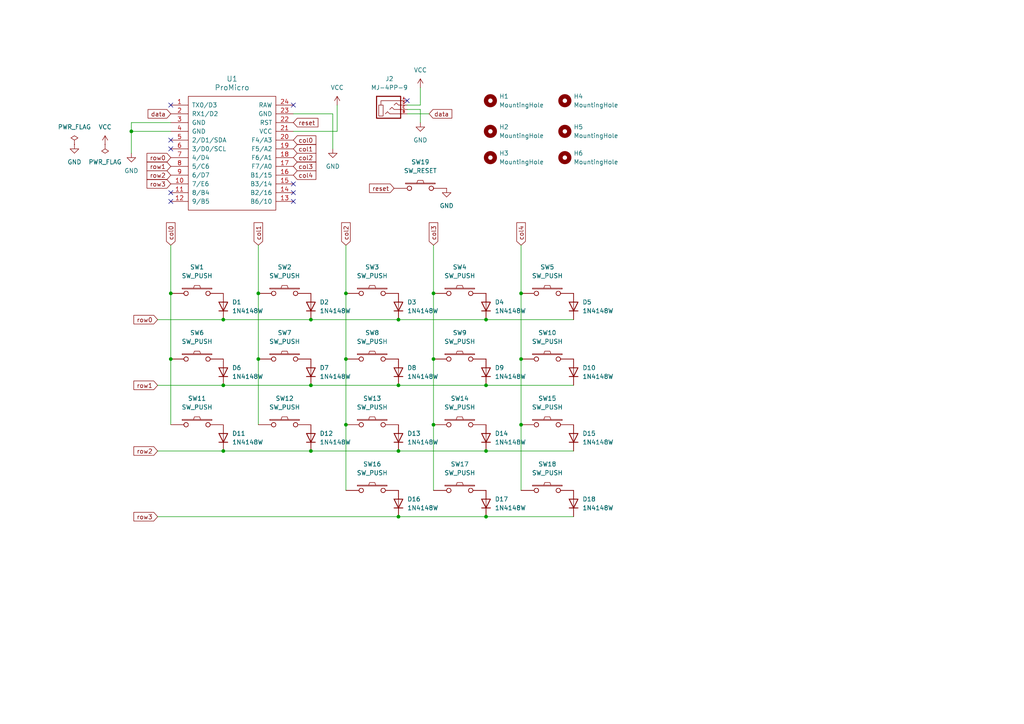
<source format=kicad_sch>
(kicad_sch (version 20231120) (generator "eeschema") (generator_version "8.0")
  (paper "A4")
  (lib_symbols
    (symbol "Miriball36:1N4148W" (pin_numbers hide) (pin_names hide)
      (property "Reference" "D" (at 0 2.54 0))
      (property "Value" "1N4148W" (at 0 -2.54 0))
      (symbol "1N4148W_0_1"
        (polyline (pts (xy -1.27 1.27) (xy -1.27 -1.27)) (stroke (width 0.254)))
        (polyline (pts (xy 1.27 0) (xy -1.27 0)))
        (polyline (pts (xy 1.27 1.27) (xy 1.27 -1.27) (xy -1.27 0) (xy 1.27 1.27)) (stroke (width 0.254)))
      )
      (symbol "1N4148W_1_1"
        (pin passive line (at -3.81 0 0) (length 2.54) (name "K") (number "1"))
        (pin passive line (at 3.81 0 180) (length 2.54) (name "A") (number "2"))
      )
    )
    (symbol "Miriball36:MJ-4PP-9" (pin_names (offset 1.016))
      (property "Reference" "J2" (at -0.0762 8.89 0))
      (property "Value" "MJ-4PP-9" (at -0.0762 6.35 0))
      (symbol "MJ-4PP-9_0_1"
        (rectangle (start -3.81 3.81) (end 3.175 -2.54) (stroke (width 0.3048)))
        (rectangle (start -1.905 -1.905) (end -3.175 1.27))
        (polyline (pts (xy -2.54 1.27) (xy -2.54 2.54) (xy 3.81 2.54)))
        (polyline (pts (xy -1.27 -1.27) (xy -0.635 -0.635) (xy 0 -1.27) (xy 3.175 -1.27)))
        (polyline (pts (xy 0 0) (xy 0.635 0.635) (xy 1.27 0) (xy 3.175 0)))
        (polyline (pts (xy 1.27 1.27) (xy 1.905 1.905) (xy 2.54 1.27) (xy 3.175 1.27)))
      )
      (symbol "MJ-4PP-9_1_1"
        (pin input line (at 5.08 2.54 180) (length 2.0066) (name "~") (number "A"))
        (pin input line (at 5.08 -1.27 180) (length 2.0066) (name "~") (number "B"))
        (pin input line (at 5.08 0 180) (length 2.0066) (name "~") (number "C"))
        (pin input line (at 5.08 1.27 180) (length 2.0066) (name "~") (number "D"))
      )
    )
    (symbol "Miriball36:MountingHole" (pin_names (offset 1.016)) (exclude_from_sim yes) (in_bom no)
      (property "Reference" "H" (at 0 5.08 0))
      (property "Value" "MountingHole" (at 0 3.175 0))
      (symbol "MountingHole_0_1"
        (circle (center 0 0) (radius 1.27) (stroke (width 1.27)))
      )
    )
    (symbol "Miriball36:ProMicro" (pin_names (offset 1.016))
      (property "Reference" "U" (at 0 19.05 0))
      (property "Value" "ProMicro" (at 0 -19.05 0))
      (symbol "ProMicro_0_1"
        (rectangle (start -12.7 16.51) (end 12.7 -16.51))
      )
      (symbol "ProMicro_1_1"
        (pin bidirectional line (at -17.78 13.97 0) (length 5.08) (name "TX0/D3") (number "1"))
        (pin bidirectional line (at -17.78 -8.89 0) (length 5.08) (name "7/E6") (number "10"))
        (pin bidirectional line (at -17.78 -11.43 0) (length 5.08) (name "8/B4") (number "11"))
        (pin bidirectional line (at -17.78 -13.97 0) (length 5.08) (name "9/B5") (number "12"))
        (pin bidirectional line (at 17.78 -13.97 180) (length 5.08) (name "B6/10") (number "13"))
        (pin bidirectional line (at 17.78 -11.43 180) (length 5.08) (name "B2/16") (number "14"))
        (pin bidirectional line (at 17.78 -8.89 180) (length 5.08) (name "B3/14") (number "15"))
        (pin bidirectional line (at 17.78 -6.35 180) (length 5.08) (name "B1/15") (number "16"))
        (pin bidirectional line (at 17.78 -3.81 180) (length 5.08) (name "F7/A0") (number "17"))
        (pin bidirectional line (at 17.78 -1.27 180) (length 5.08) (name "F6/A1") (number "18"))
        (pin bidirectional line (at 17.78 1.27 180) (length 5.08) (name "F5/A2") (number "19"))
        (pin bidirectional line (at -17.78 11.43 0) (length 5.08) (name "RX1/D2") (number "2"))
        (pin bidirectional line (at 17.78 3.81 180) (length 5.08) (name "F4/A3") (number "20"))
        (pin power_in line (at 17.78 6.35 180) (length 5.08) (name "VCC") (number "21"))
        (pin input line (at 17.78 8.89 180) (length 5.08) (name "RST") (number "22"))
        (pin power_in line (at 17.78 11.43 180) (length 5.08) (name "GND") (number "23"))
        (pin power_out line (at 17.78 13.97 180) (length 5.08) (name "RAW") (number "24"))
        (pin power_in line (at -17.78 8.89 0) (length 5.08) (name "GND") (number "3"))
        (pin power_in line (at -17.78 6.35 0) (length 5.08) (name "GND") (number "4"))
        (pin bidirectional line (at -17.78 3.81 0) (length 5.08) (name "2/D1/SDA") (number "5"))
        (pin bidirectional line (at -17.78 1.27 0) (length 5.08) (name "3/D0/SCL") (number "6"))
        (pin bidirectional line (at -17.78 -1.27 0) (length 5.08) (name "4/D4") (number "7"))
        (pin bidirectional line (at -17.78 -3.81 0) (length 5.08) (name "5/C6") (number "8"))
        (pin bidirectional line (at -17.78 -6.35 0) (length 5.08) (name "6/D7") (number "9"))
      )
    )
    (symbol "Miriball36:SW_PUSH" (pin_numbers hide) (pin_names (offset 1.016) hide)
      (property "Reference" "SW" (at 3.81 2.794 0))
      (property "Value" "SW_PUSH" (at 0 -2.032 0))
      (symbol "SW_PUSH_0_1"
        (rectangle (start -4.318 1.27) (end 4.318 1.524))
        (polyline (pts (xy -1.016 1.524) (xy -0.762 2.286) (xy 0.762 2.286) (xy 1.016 1.524)))
        (pin passive inverted (at -7.62 0 0) (length 5.08) (name "1") (number "1"))
        (pin passive inverted (at 7.62 0 180) (length 5.08) (name "2") (number "2"))
      )
    )
    (symbol "Miriball36:SW_RESET" (pin_numbers hide) (pin_names (offset 1.016) hide)
      (property "Reference" "SW" (at 3.81 2.794 0))
      (property "Value" "SW_RESET" (at 0 -2.032 0))
      (symbol "SW_RESET_0_1"
        (rectangle (start -4.318 1.27) (end 4.318 1.524))
        (polyline (pts (xy -1.016 1.524) (xy -0.762 2.286) (xy 0.762 2.286) (xy 1.016 1.524)))
        (pin passive inverted (at -7.62 0 0) (length 5.08) (name "1") (number "1"))
        (pin passive inverted (at 7.62 0 180) (length 5.08) (name "2") (number "2"))
      )
    )
    (symbol "power:GND" (power) (pin_numbers hide) (pin_names (offset 0) hide)
      (property "Value" "GND" (at 0 -3.81 0))
      (symbol "GND_0_1"
        (polyline (pts (xy 0 0) (xy 0 -1.27) (xy 1.27 -1.27) (xy 0 -2.54) (xy -1.27 -1.27) (xy 0 -1.27)))
      )
      (symbol "GND_1_1"
        (pin power_in line (at 0 0 270) (length 0) (name "~") (number "1"))
      )
    )
    (symbol "power:PWR_FLAG" (power) (pin_numbers hide) (pin_names (offset 0) hide)
      (property "Value" "PWR_FLAG" (at 0 3.81 0))
      (symbol "PWR_FLAG_0_0"
        (pin power_out line (at 0 0 90) (length 0) (name "~") (number "1"))
      )
      (symbol "PWR_FLAG_0_1"
        (polyline (pts (xy 0 0) (xy 0 1.27) (xy -1.016 1.905) (xy 0 2.54) (xy 1.016 1.905) (xy 0 1.27)))
      )
    )
    (symbol "power:VCC" (power) (pin_numbers hide) (pin_names (offset 0) hide)
      (property "Value" "VCC" (at 0 3.556 0))
      (symbol "VCC_0_1"
        (polyline (pts (xy -0.762 1.27) (xy 0 2.54)))
        (polyline (pts (xy 0 0) (xy 0 2.54)))
        (polyline (pts (xy 0 2.54) (xy 0.762 1.27)))
      )
      (symbol "VCC_1_1"
        (pin power_in line (at 0 0 90) (length 0) (name "~") (number "1"))
      )
    )
  )
  (junction (at 38.1 38.1))
  (junction (at 74.93 104.14))
  (junction (at 100.33 123.19))
  (junction (at 125.73 104.14))
  (junction (at 49.53 104.14))
  (junction (at 151.13 85.09))
  (junction (at 64.77 92.71))
  (junction (at 140.97 130.81))
  (junction (at 115.57 149.86))
  (junction (at 115.57 130.81))
  (junction (at 125.73 85.09))
  (junction (at 140.97 149.86))
  (junction (at 64.77 130.81))
  (junction (at 151.13 123.19))
  (junction (at 100.33 85.09))
  (junction (at 90.17 111.76))
  (junction (at 115.57 111.76))
  (junction (at 140.97 111.76))
  (junction (at 74.93 85.09))
  (junction (at 140.97 92.71))
  (junction (at 90.17 92.71))
  (junction (at 90.17 130.81))
  (junction (at 115.57 92.71))
  (junction (at 125.73 123.19))
  (junction (at 100.33 104.14))
  (junction (at 64.77 111.76))
  (junction (at 49.53 85.09))
  (junction (at 151.13 104.14))
  (no_connect (at 49.53 43.18))
  (no_connect (at 49.53 55.88))
  (no_connect (at 85.09 55.88))
  (no_connect (at 49.53 40.64))
  (no_connect (at 118.11 29.21))
  (no_connect (at 85.09 58.42))
  (no_connect (at 49.53 58.42))
  (no_connect (at 85.09 53.34))
  (no_connect (at 49.53 30.48))
  (no_connect (at 85.09 30.48))
  (wire (pts (xy 45.72 111.76) (xy 64.77 111.76)))
  (wire (pts (xy 64.77 111.76) (xy 90.17 111.76)))
  (wire (pts (xy 85.09 38.1) (xy 97.79 38.1)))
  (wire (pts (xy 74.93 71.12) (xy 74.93 85.09)))
  (wire (pts (xy 38.1 35.56) (xy 38.1 38.1)))
  (wire (pts (xy 49.53 71.12) (xy 49.53 85.09)))
  (wire (pts (xy 118.11 31.75) (xy 121.92 31.75)))
  (wire (pts (xy 45.72 130.81) (xy 64.77 130.81)))
  (wire (pts (xy 64.77 130.81) (xy 90.17 130.81)))
  (wire (pts (xy 85.09 33.02) (xy 96.52 33.02)))
  (wire (pts (xy 140.97 111.76) (xy 166.37 111.76)))
  (wire (pts (xy 90.17 92.71) (xy 115.57 92.71)))
  (wire (pts (xy 49.53 104.14) (xy 49.53 123.19)))
  (wire (pts (xy 90.17 130.81) (xy 115.57 130.81)))
  (wire (pts (xy 90.17 111.76) (xy 115.57 111.76)))
  (wire (pts (xy 115.57 111.76) (xy 140.97 111.76)))
  (wire (pts (xy 74.93 104.14) (xy 74.93 123.19)))
  (wire (pts (xy 115.57 149.86) (xy 140.97 149.86)))
  (wire (pts (xy 125.73 123.19) (xy 125.73 142.24)))
  (wire (pts (xy 118.11 33.02) (xy 124.46 33.02)))
  (wire (pts (xy 45.72 92.71) (xy 64.77 92.71)))
  (wire (pts (xy 140.97 92.71) (xy 166.37 92.71)))
  (wire (pts (xy 96.52 33.02) (xy 96.52 43.18)))
  (wire (pts (xy 100.33 71.12) (xy 100.33 85.09)))
  (wire (pts (xy 121.92 31.75) (xy 121.92 35.56)))
  (wire (pts (xy 49.53 85.09) (xy 49.53 104.14)))
  (wire (pts (xy 100.33 85.09) (xy 100.33 104.14)))
  (wire (pts (xy 38.1 38.1) (xy 49.53 38.1)))
  (wire (pts (xy 125.73 85.09) (xy 125.73 104.14)))
  (wire (pts (xy 100.33 123.19) (xy 100.33 142.24)))
  (wire (pts (xy 45.72 149.86) (xy 115.57 149.86)))
  (wire (pts (xy 115.57 130.81) (xy 140.97 130.81)))
  (wire (pts (xy 118.11 30.48) (xy 121.92 30.48)))
  (wire (pts (xy 74.93 85.09) (xy 74.93 104.14)))
  (wire (pts (xy 140.97 130.81) (xy 166.37 130.81)))
  (wire (pts (xy 38.1 38.1) (xy 38.1 44.45)))
  (wire (pts (xy 125.73 71.12) (xy 125.73 85.09)))
  (wire (pts (xy 140.97 149.86) (xy 166.37 149.86)))
  (wire (pts (xy 151.13 85.09) (xy 151.13 104.14)))
  (wire (pts (xy 121.92 30.48) (xy 121.92 25.4)))
  (wire (pts (xy 125.73 104.14) (xy 125.73 123.19)))
  (wire (pts (xy 49.53 35.56) (xy 38.1 35.56)))
  (wire (pts (xy 97.79 38.1) (xy 97.79 30.48)))
  (wire (pts (xy 151.13 71.12) (xy 151.13 85.09)))
  (wire (pts (xy 64.77 92.71) (xy 90.17 92.71)))
  (wire (pts (xy 151.13 123.19) (xy 151.13 142.24)))
  (wire (pts (xy 115.57 92.71) (xy 140.97 92.71)))
  (wire (pts (xy 100.33 104.14) (xy 100.33 123.19)))
  (wire (pts (xy 151.13 104.14) (xy 151.13 123.19)))
  (global_label "row3" (shape input) (at 45.72 149.86 180) (property "Intersheetrefs" "${INTERSHEET_REFS}" (effects (hide yes))))
  (global_label "col0" (shape input) (at 85.09 40.64 0) (property "Intersheetrefs" "${INTERSHEET_REFS}" (effects (hide yes))))
  (global_label "col3" (shape input) (at 85.09 48.26 0) (property "Intersheetrefs" "${INTERSHEET_REFS}" (effects (hide yes))))
  (global_label "col0" (shape input) (at 49.53 71.12 90) (property "Intersheetrefs" "${INTERSHEET_REFS}" (effects (hide yes))))
  (global_label "col4" (shape input) (at 151.13 71.12 90) (property "Intersheetrefs" "${INTERSHEET_REFS}" (effects (hide yes))))
  (global_label "data" (shape input) (at 49.53 33.02 180) (property "Intersheetrefs" "${INTERSHEET_REFS}" (effects (hide yes))))
  (global_label "row0" (shape input) (at 45.72 92.71 180) (property "Intersheetrefs" "${INTERSHEET_REFS}" (effects (hide yes))))
  (global_label "row1" (shape input) (at 45.72 111.76 180) (property "Intersheetrefs" "${INTERSHEET_REFS}" (effects (hide yes))))
  (global_label "reset" (shape input) (at 114.3 54.61 180) (property "Intersheetrefs" "${INTERSHEET_REFS}" (effects (hide yes))))
  (global_label "col1" (shape input) (at 74.93 71.12 90) (property "Intersheetrefs" "${INTERSHEET_REFS}" (effects (hide yes))))
  (global_label "row2" (shape input) (at 49.53 50.8 180) (property "Intersheetrefs" "${INTERSHEET_REFS}" (effects (hide yes))))
  (global_label "reset" (shape input) (at 85.09 35.56 0) (property "Intersheetrefs" "${INTERSHEET_REFS}" (effects (hide yes))))
  (global_label "col2" (shape input) (at 100.33 71.12 90) (property "Intersheetrefs" "${INTERSHEET_REFS}" (effects (hide yes))))
  (global_label "col3" (shape input) (at 125.73 71.12 90) (property "Intersheetrefs" "${INTERSHEET_REFS}" (effects (hide yes))))
  (global_label "row3" (shape input) (at 49.53 53.34 180) (property "Intersheetrefs" "${INTERSHEET_REFS}" (effects (hide yes))))
  (global_label "col1" (shape input) (at 85.09 43.18 0) (property "Intersheetrefs" "${INTERSHEET_REFS}" (effects (hide yes))))
  (global_label "data" (shape input) (at 124.46 33.02 0) (property "Intersheetrefs" "${INTERSHEET_REFS}" (effects (hide yes))))
  (global_label "row1" (shape input) (at 49.53 48.26 180) (property "Intersheetrefs" "${INTERSHEET_REFS}" (effects (hide yes))))
  (global_label "col2" (shape input) (at 85.09 45.72 0) (property "Intersheetrefs" "${INTERSHEET_REFS}" (effects (hide yes))))
  (global_label "col4" (shape input) (at 85.09 50.8 0) (property "Intersheetrefs" "${INTERSHEET_REFS}" (effects (hide yes))))
  (global_label "row2" (shape input) (at 45.72 130.81 180) (property "Intersheetrefs" "${INTERSHEET_REFS}" (effects (hide yes))))
  (global_label "row0" (shape input) (at 49.53 45.72 180) (property "Intersheetrefs" "${INTERSHEET_REFS}" (effects (hide yes))))
  (symbol (lib_id "Miriball36:1N4148W") (at 115.57 127 90) (unit 1)
    (property "Reference" "D13" (at 118.11 125.7299 90) (effects (justify right)))
    (property "Value" "1N4148W" (at 118.11 128.2699 90) (effects (justify right)))
    (property "Footprint" "Miriball36:Diode_1N4148W" (effects (hide yes)))
  )
  (symbol (lib_id "Miriball36:SW_RESET") (at 121.92 54.61 0) (unit 1)
    (property "Reference" "SW19" (at 121.92 46.99 0))
    (property "Value" "SW_RESET" (at 121.92 49.53 0))
    (property "Footprint" "Miriball36:RESET" (effects (hide yes)))
  )
  (symbol (lib_id "Miriball36:SW_PUSH") (at 57.15 85.09 0) (unit 1)
    (property "Reference" "SW1" (at 57.15 77.47 0))
    (property "Value" "SW_PUSH" (at 57.15 80.01 0))
    (property "Footprint" "Miriball36:CherryMX_KailhLowProfile_Hotswap_edge" (effects (hide yes)))
  )
  (symbol (lib_id "Miriball36:MountingHole") (at 163.83 29.21 0) (unit 1) (exclude_from_sim yes) (in_bom no)
    (property "Reference" "H4" (at 166.37 27.9399 0) (effects (justify left)))
    (property "Value" "MountingHole" (at 166.37 30.4799 0) (effects (justify left)))
    (property "Footprint" "Miriball36:HOLE_M2_CASEPCB" (effects (hide yes)))
    (property "Description" "Mounting Hole without connection" (effects (hide yes)))
  )
  (symbol (lib_id "Miriball36:SW_PUSH") (at 57.15 123.19 0) (unit 1)
    (property "Reference" "SW11" (at 57.15 115.57 0))
    (property "Value" "SW_PUSH" (at 57.15 118.11 0))
    (property "Footprint" "Miriball36:CherryMX_KailhLowProfile_Hotswap_edge" (effects (hide yes)))
  )
  (symbol (lib_id "Miriball36:1N4148W") (at 64.77 127 90) (unit 1)
    (property "Reference" "D11" (at 67.31 125.7299 90) (effects (justify right)))
    (property "Value" "1N4148W" (at 67.31 128.2699 90) (effects (justify right)))
    (property "Footprint" "Miriball36:Diode_1N4148W" (effects (hide yes)))
  )
  (symbol (lib_id "Miriball36:SW_PUSH") (at 133.35 85.09 0) (unit 1)
    (property "Reference" "SW4" (at 133.35 77.47 0))
    (property "Value" "SW_PUSH" (at 133.35 80.01 0))
    (property "Footprint" "Miriball36:CherryMX_KailhLowProfile_Hotswap_edge" (effects (hide yes)))
  )
  (symbol (lib_id "Miriball36:SW_PUSH") (at 158.75 104.14 0) (unit 1)
    (property "Reference" "SW10" (at 158.75 96.52 0))
    (property "Value" "SW_PUSH" (at 158.75 99.06 0))
    (property "Footprint" "Miriball36:CherryMX_KailhLowProfile_Hotswap_edge" (effects (hide yes)))
  )
  (symbol (lib_id "Miriball36:MountingHole") (at 142.24 29.21 0) (unit 1) (exclude_from_sim yes) (in_bom no)
    (property "Reference" "H1" (at 144.78 27.9399 0) (effects (justify left)))
    (property "Value" "MountingHole" (at 144.78 30.4799 0) (effects (justify left)))
    (property "Footprint" "Miriball36:HOLE_M2_CASEPCB" (effects (hide yes)))
    (property "Description" "Mounting Hole without connection" (effects (hide yes)))
  )
  (symbol (lib_id "power:GND") (at 121.92 35.56 0) (unit 1)
    (property "Reference" "#PWR01" (effects (hide yes)))
    (property "Value" "GND" (at 121.92 40.64 0))
    (property "Description" "Power symbol creates a global label with name \"GND\" , ground" (effects (hide yes)))
  )
  (symbol (lib_id "Miriball36:SW_PUSH") (at 107.95 142.24 0) (unit 1)
    (property "Reference" "SW16" (at 107.95 134.62 0))
    (property "Value" "SW_PUSH" (at 107.95 137.16 0))
    (property "Footprint" "Miriball36:CherryMX_KailhLowProfile_Hotswap_edge" (effects (hide yes)))
  )
  (symbol (lib_id "power:GND") (at 96.52 43.18 0) (unit 1)
    (property "Reference" "#PWR08" (effects (hide yes)))
    (property "Value" "GND" (at 96.52 48.26 0))
    (property "Description" "Power symbol creates a global label with name \"GND\" , ground" (effects (hide yes)))
  )
  (symbol (lib_id "power:GND") (at 38.1 44.45 0) (unit 1)
    (property "Reference" "#PWR07" (effects (hide yes)))
    (property "Value" "GND" (at 38.1 49.53 0))
    (property "Description" "Power symbol creates a global label with name \"GND\" , ground" (effects (hide yes)))
  )
  (symbol (lib_id "Miriball36:1N4148W") (at 140.97 127 90) (unit 1)
    (property "Reference" "D14" (at 143.51 125.7299 90) (effects (justify right)))
    (property "Value" "1N4148W" (at 143.51 128.2699 90) (effects (justify right)))
    (property "Footprint" "Miriball36:Diode_1N4148W" (effects (hide yes)))
  )
  (symbol (lib_id "Miriball36:SW_PUSH") (at 158.75 142.24 0) (unit 1)
    (property "Reference" "SW18" (at 158.75 134.62 0))
    (property "Value" "SW_PUSH" (at 158.75 137.16 0))
    (property "Footprint" "Miriball36:CherryMX_KailhLowProfile_Hotswap_edge_stab" (effects (hide yes)))
  )
  (symbol (lib_id "Miriball36:SW_PUSH") (at 82.55 85.09 0) (unit 1)
    (property "Reference" "SW2" (at 82.55 77.47 0))
    (property "Value" "SW_PUSH" (at 82.55 80.01 0))
    (property "Footprint" "Miriball36:CherryMX_KailhLowProfile_Hotswap_edge" (effects (hide yes)))
  )
  (symbol (lib_id "power:VCC") (at 121.92 25.4 0) (unit 1)
    (property "Reference" "#PWR02" (effects (hide yes)))
    (property "Value" "VCC" (at 121.92 20.32 0))
    (property "Description" "Power symbol creates a global label with name \"VCC\"" (effects (hide yes)))
  )
  (symbol (lib_id "Miriball36:SW_PUSH") (at 158.75 123.19 0) (unit 1)
    (property "Reference" "SW15" (at 158.75 115.57 0))
    (property "Value" "SW_PUSH" (at 158.75 118.11 0))
    (property "Footprint" "Miriball36:CherryMX_KailhLowProfile_Hotswap_edge" (effects (hide yes)))
  )
  (symbol (lib_id "Miriball36:1N4148W") (at 90.17 127 90) (unit 1)
    (property "Reference" "D12" (at 92.71 125.7299 90) (effects (justify right)))
    (property "Value" "1N4148W" (at 92.71 128.2699 90) (effects (justify right)))
    (property "Footprint" "Miriball36:Diode_1N4148W" (effects (hide yes)))
  )
  (symbol (lib_id "Miriball36:1N4148W") (at 166.37 127 90) (unit 1)
    (property "Reference" "D15" (at 168.91 125.7299 90) (effects (justify right)))
    (property "Value" "1N4148W" (at 168.91 128.2699 90) (effects (justify right)))
    (property "Footprint" "Miriball36:Diode_1N4148W" (effects (hide yes)))
  )
  (symbol (lib_id "Miriball36:MountingHole") (at 142.24 38.1 0) (unit 1) (exclude_from_sim yes) (in_bom no)
    (property "Reference" "H2" (at 144.78 36.8299 0) (effects (justify left)))
    (property "Value" "MountingHole" (at 144.78 39.3699 0) (effects (justify left)))
    (property "Footprint" "Miriball36:HOLE_M2_CASEPCB" (effects (hide yes)))
    (property "Description" "Mounting Hole without connection" (effects (hide yes)))
  )
  (symbol (lib_id "Miriball36:SW_PUSH") (at 107.95 104.14 0) (unit 1)
    (property "Reference" "SW8" (at 107.95 96.52 0))
    (property "Value" "SW_PUSH" (at 107.95 99.06 0))
    (property "Footprint" "Miriball36:CherryMX_KailhLowProfile_Hotswap_edge" (effects (hide yes)))
  )
  (symbol (lib_id "Miriball36:1N4148W") (at 115.57 146.05 90) (unit 1)
    (property "Reference" "D16" (at 118.11 144.7799 90) (effects (justify right)))
    (property "Value" "1N4148W" (at 118.11 147.3199 90) (effects (justify right)))
    (property "Footprint" "Miriball36:Diode_1N4148W" (effects (hide yes)))
  )
  (symbol (lib_id "Miriball36:SW_PUSH") (at 107.95 85.09 0) (unit 1)
    (property "Reference" "SW3" (at 107.95 77.47 0))
    (property "Value" "SW_PUSH" (at 107.95 80.01 0))
    (property "Footprint" "Miriball36:CherryMX_KailhLowProfile_Hotswap_edge" (effects (hide yes)))
  )
  (symbol (lib_id "Miriball36:1N4148W") (at 64.77 107.95 90) (unit 1)
    (property "Reference" "D6" (at 67.31 106.6799 90) (effects (justify right)))
    (property "Value" "1N4148W" (at 67.31 109.2199 90) (effects (justify right)))
    (property "Footprint" "Miriball36:Diode_1N4148W" (effects (hide yes)))
  )
  (symbol (lib_id "Miriball36:ProMicro") (at 67.31 44.45 0) (unit 1)
    (property "Reference" "U1" (at 67.31 22.86 0) (effects (font (size 1.524 1.524))))
    (property "Value" "ProMicro" (at 67.31 25.4 0) (effects (font (size 1.524 1.524))))
    (property "Footprint" "Miriball36:ProMicro2" (effects (hide yes)))
  )
  (symbol (lib_id "Miriball36:SW_PUSH") (at 82.55 123.19 0) (unit 1)
    (property "Reference" "SW12" (at 82.55 115.57 0))
    (property "Value" "SW_PUSH" (at 82.55 118.11 0))
    (property "Footprint" "Miriball36:CherryMX_KailhLowProfile_Hotswap_edge" (effects (hide yes)))
  )
  (symbol (lib_id "power:VCC") (at 30.48 41.91 0) (unit 1)
    (property "Reference" "#PWR05" (effects (hide yes)))
    (property "Value" "VCC" (at 30.48 36.83 0))
    (property "Description" "Power symbol creates a global label with name \"VCC\"" (effects (hide yes)))
  )
  (symbol (lib_id "Miriball36:SW_PUSH") (at 133.35 142.24 0) (unit 1)
    (property "Reference" "SW17" (at 133.35 134.62 0))
    (property "Value" "SW_PUSH" (at 133.35 137.16 0))
    (property "Footprint" "Miriball36:CherryMX_KailhLowProfile_Hotswap_edge" (effects (hide yes)))
  )
  (symbol (lib_id "Miriball36:MountingHole") (at 163.83 45.72 0) (unit 1) (exclude_from_sim yes) (in_bom no)
    (property "Reference" "H6" (at 166.37 44.4499 0) (effects (justify left)))
    (property "Value" "MountingHole" (at 166.37 46.9899 0) (effects (justify left)))
    (property "Footprint" "Miriball36:HOLE_M2_CASEPCB" (effects (hide yes)))
    (property "Description" "Mounting Hole without connection" (effects (hide yes)))
  )
  (symbol (lib_id "power:VCC") (at 97.79 30.48 0) (unit 1)
    (property "Reference" "#PWR06" (effects (hide yes)))
    (property "Value" "VCC" (at 97.79 25.4 0))
    (property "Description" "Power symbol creates a global label with name \"VCC\"" (effects (hide yes)))
  )
  (symbol (lib_id "Miriball36:1N4148W") (at 140.97 146.05 90) (unit 1)
    (property "Reference" "D17" (at 143.51 144.7799 90) (effects (justify right)))
    (property "Value" "1N4148W" (at 143.51 147.3199 90) (effects (justify right)))
    (property "Footprint" "Miriball36:Diode_1N4148W" (effects (hide yes)))
  )
  (symbol (lib_id "Miriball36:1N4148W") (at 140.97 88.9 90) (unit 1)
    (property "Reference" "D4" (at 143.51 87.6299 90) (effects (justify right)))
    (property "Value" "1N4148W" (at 143.51 90.1699 90) (effects (justify right)))
    (property "Footprint" "Miriball36:Diode_1N4148W" (effects (hide yes)))
  )
  (symbol (lib_id "Miriball36:1N4148W") (at 64.77 88.9 90) (unit 1)
    (property "Reference" "D1" (at 67.31 87.6299 90) (effects (justify right)))
    (property "Value" "1N4148W" (at 67.31 90.1699 90) (effects (justify right)))
    (property "Footprint" "Miriball36:Diode_1N4148W" (effects (hide yes)))
  )
  (symbol (lib_id "Miriball36:SW_PUSH") (at 82.55 104.14 0) (unit 1)
    (property "Reference" "SW7" (at 82.55 96.52 0))
    (property "Value" "SW_PUSH" (at 82.55 99.06 0))
    (property "Footprint" "Miriball36:CherryMX_KailhLowProfile_Hotswap_edge" (effects (hide yes)))
  )
  (symbol (lib_id "Miriball36:SW_PUSH") (at 57.15 104.14 0) (unit 1)
    (property "Reference" "SW6" (at 57.15 96.52 0))
    (property "Value" "SW_PUSH" (at 57.15 99.06 0))
    (property "Footprint" "Miriball36:CherryMX_KailhLowProfile_Hotswap_edge" (effects (hide yes)))
  )
  (symbol (lib_id "Miriball36:1N4148W") (at 166.37 146.05 90) (unit 1)
    (property "Reference" "D18" (at 168.91 144.7799 90) (effects (justify right)))
    (property "Value" "1N4148W" (at 168.91 147.3199 90) (effects (justify right)))
    (property "Footprint" "Miriball36:Diode_1N4148W" (effects (hide yes)))
  )
  (symbol (lib_id "power:PWR_FLAG") (at 21.59 41.91 0) (unit 1)
    (property "Reference" "#FLG01" (effects (hide yes)))
    (property "Value" "PWR_FLAG" (at 21.59 36.83 0))
    (property "Description" "Special symbol for telling ERC where power comes from" (effects (hide yes)))
  )
  (symbol (lib_id "Miriball36:1N4148W") (at 90.17 107.95 90) (unit 1)
    (property "Reference" "D7" (at 92.71 106.6799 90) (effects (justify right)))
    (property "Value" "1N4148W" (at 92.71 109.2199 90) (effects (justify right)))
    (property "Footprint" "Miriball36:Diode_1N4148W" (effects (hide yes)))
  )
  (symbol (lib_id "power:GND") (at 129.54 54.61 0) (unit 1)
    (property "Reference" "#PWR03" (effects (hide yes)))
    (property "Value" "GND" (at 129.54 59.69 0))
    (property "Description" "Power symbol creates a global label with name \"GND\" , ground" (effects (hide yes)))
  )
  (symbol (lib_id "Miriball36:SW_PUSH") (at 133.35 104.14 0) (unit 1)
    (property "Reference" "SW9" (at 133.35 96.52 0))
    (property "Value" "SW_PUSH" (at 133.35 99.06 0))
    (property "Footprint" "Miriball36:CherryMX_KailhLowProfile_Hotswap_edge" (effects (hide yes)))
  )
  (symbol (lib_id "Miriball36:SW_PUSH") (at 133.35 123.19 0) (unit 1)
    (property "Reference" "SW14" (at 133.35 115.57 0))
    (property "Value" "SW_PUSH" (at 133.35 118.11 0))
    (property "Footprint" "Miriball36:CherryMX_KailhLowProfile_Hotswap_edge" (effects (hide yes)))
  )
  (symbol (lib_id "Miriball36:1N4148W") (at 140.97 107.95 90) (unit 1)
    (property "Reference" "D9" (at 143.51 106.6799 90) (effects (justify right)))
    (property "Value" "1N4148W" (at 143.51 109.2199 90) (effects (justify right)))
    (property "Footprint" "Miriball36:Diode_1N4148W" (effects (hide yes)))
  )
  (symbol (lib_id "Miriball36:MJ-4PP-9") (at 113.03 31.75 0) (unit 1)
    (property "Reference" "J2" (at 112.9538 22.86 0))
    (property "Value" "MJ-4PP-9" (at 112.9538 25.4 0))
    (property "Footprint" "Miriball36:TRRS_MJ-4PP-9" (effects (hide yes)))
    (property "Description" "4-pin (audio) jack receptable (stereo + 4th pin/TRRS connector), compatible with PJ320A" (effects (hide yes)))
  )
  (symbol (lib_id "Miriball36:1N4148W") (at 166.37 107.95 90) (unit 1)
    (property "Reference" "D10" (at 168.91 106.6799 90) (effects (justify right)))
    (property "Value" "1N4148W" (at 168.91 109.2199 90) (effects (justify right)))
    (property "Footprint" "Miriball36:Diode_1N4148W" (effects (hide yes)))
  )
  (symbol (lib_id "Miriball36:SW_PUSH") (at 107.95 123.19 0) (unit 1)
    (property "Reference" "SW13" (at 107.95 115.57 0))
    (property "Value" "SW_PUSH" (at 107.95 118.11 0))
    (property "Footprint" "Miriball36:CherryMX_KailhLowProfile_Hotswap_edge" (effects (hide yes)))
  )
  (symbol (lib_id "Miriball36:1N4148W") (at 90.17 88.9 90) (unit 1)
    (property "Reference" "D2" (at 92.71 87.6299 90) (effects (justify right)))
    (property "Value" "1N4148W" (at 92.71 90.1699 90) (effects (justify right)))
    (property "Footprint" "Miriball36:Diode_1N4148W" (effects (hide yes)))
  )
  (symbol (lib_id "Miriball36:1N4148W") (at 115.57 107.95 90) (unit 1)
    (property "Reference" "D8" (at 118.11 106.6799 90) (effects (justify right)))
    (property "Value" "1N4148W" (at 118.11 109.2199 90) (effects (justify right)))
    (property "Footprint" "Miriball36:Diode_1N4148W" (effects (hide yes)))
  )
  (symbol (lib_id "power:PWR_FLAG") (at 30.48 41.91 180) (unit 1)
    (property "Reference" "#FLG02" (effects (hide yes)))
    (property "Value" "PWR_FLAG" (at 30.48 46.99 0))
    (property "Description" "Special symbol for telling ERC where power comes from" (effects (hide yes)))
  )
  (symbol (lib_id "Miriball36:1N4148W") (at 166.37 88.9 90) (unit 1)
    (property "Reference" "D5" (at 168.91 87.6299 90) (effects (justify right)))
    (property "Value" "1N4148W" (at 168.91 90.1699 90) (effects (justify right)))
    (property "Footprint" "Miriball36:Diode_1N4148W" (effects (hide yes)))
  )
  (symbol (lib_id "Miriball36:SW_PUSH") (at 158.75 85.09 0) (unit 1)
    (property "Reference" "SW5" (at 158.75 77.47 0))
    (property "Value" "SW_PUSH" (at 158.75 80.01 0))
    (property "Footprint" "Miriball36:CherryMX_KailhLowProfile_Hotswap_edge" (effects (hide yes)))
  )
  (symbol (lib_id "Miriball36:1N4148W") (at 115.57 88.9 90) (unit 1)
    (property "Reference" "D3" (at 118.11 87.6299 90) (effects (justify right)))
    (property "Value" "1N4148W" (at 118.11 90.1699 90) (effects (justify right)))
    (property "Footprint" "Miriball36:Diode_1N4148W" (effects (hide yes)))
  )
  (symbol (lib_id "Miriball36:MountingHole") (at 163.83 38.1 0) (unit 1) (exclude_from_sim yes) (in_bom no)
    (property "Reference" "H5" (at 166.37 36.8299 0) (effects (justify left)))
    (property "Value" "MountingHole" (at 166.37 39.3699 0) (effects (justify left)))
    (property "Footprint" "Miriball36:HOLE_M2_CASEPCB" (effects (hide yes)))
    (property "Description" "Mounting Hole without connection" (effects (hide yes)))
  )
  (symbol (lib_id "power:GND") (at 21.59 41.91 0) (unit 1)
    (property "Reference" "#PWR04" (effects (hide yes)))
    (property "Value" "GND" (at 21.59 46.99 0))
    (property "Description" "Power symbol creates a global label with name \"GND\" , ground" (effects (hide yes)))
  )
  (symbol (lib_id "Miriball36:MountingHole") (at 142.24 45.72 0) (unit 1) (exclude_from_sim yes) (in_bom no)
    (property "Reference" "H3" (at 144.78 44.4499 0) (effects (justify left)))
    (property "Value" "MountingHole" (at 144.78 46.9899 0) (effects (justify left)))
    (property "Footprint" "Miriball36:HOLE_M2_CASEPCB" (effects (hide yes)))
    (property "Description" "Mounting Hole without connection" (effects (hide yes)))
  )
)
</source>
